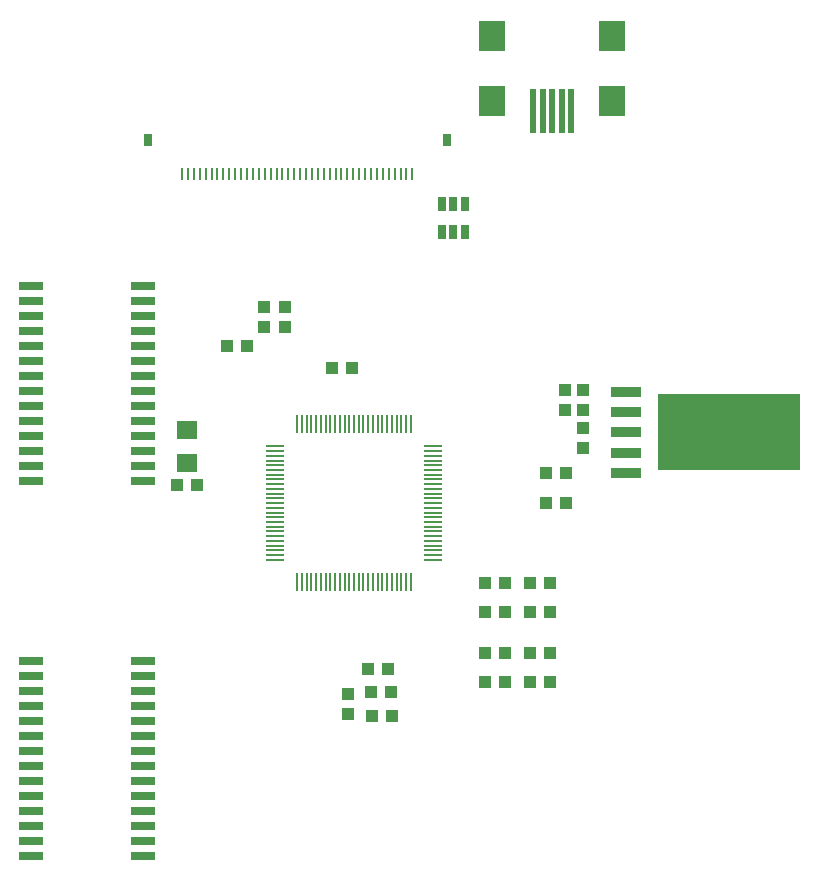
<source format=gtp>
G04 EAGLE Gerber RS-274X export*
G75*
%MOIN*%
%FSLAX34Y34*%
%LPD*%
%INSolder Paste CMP*%
%IPPOS*%
%AMOC8*
5,1,8,0,0,1.08239X$1,22.5*%
G01*
%ADD10R,0.043307X0.039370*%
%ADD11R,0.070866X0.062992*%
%ADD12R,0.039370X0.043307*%
%ADD13R,0.025591X0.051181*%
%ADD14R,0.007874X0.059055*%
%ADD15R,0.059055X0.007874*%
%ADD16R,0.078740X0.029528*%
%ADD17R,0.472441X0.255906*%
%ADD18R,0.098425X0.033465*%
%ADD19R,0.039370X0.039370*%
%ADD20R,0.009843X0.039370*%
%ADD21R,0.027559X0.043307*%
%ADD22R,0.090000X0.100000*%
%ADD23R,0.020000X0.150000*%


D10*
X17232Y12577D03*
X16563Y12577D03*
X10854Y18713D03*
X10185Y18713D03*
X16035Y22606D03*
X15366Y22606D03*
X23169Y19094D03*
X22500Y19094D03*
X23169Y18110D03*
X22500Y18110D03*
D11*
X10520Y19449D03*
X10520Y20551D03*
D10*
X16687Y11024D03*
X17356Y11024D03*
D12*
X23130Y21220D03*
X23130Y21890D03*
X13791Y23984D03*
X13791Y24654D03*
D13*
X19406Y28083D03*
X19780Y27138D03*
X19031Y27138D03*
X19406Y27138D03*
X19780Y28083D03*
X19031Y28083D03*
D14*
X14205Y15469D03*
X14362Y15469D03*
X14520Y15469D03*
X14677Y15469D03*
X14835Y15469D03*
X14992Y15469D03*
X15150Y15469D03*
X15307Y15469D03*
X15465Y15469D03*
X15622Y15469D03*
X15780Y15469D03*
X15937Y15469D03*
X16094Y15469D03*
X16252Y15469D03*
X16409Y15469D03*
X16567Y15469D03*
X16724Y15469D03*
X16882Y15469D03*
X17039Y15469D03*
X17197Y15469D03*
X17354Y15469D03*
X17512Y15469D03*
X17669Y15469D03*
X17827Y15469D03*
X17984Y15469D03*
D15*
X18732Y16217D03*
X18732Y16374D03*
X18732Y16531D03*
X18732Y16689D03*
X18732Y16846D03*
X18732Y17004D03*
X18732Y17161D03*
X18732Y17319D03*
X18732Y17476D03*
X18732Y17634D03*
X18732Y17791D03*
X18732Y17949D03*
X18732Y18106D03*
X18732Y18264D03*
X18732Y18421D03*
X18732Y18579D03*
X18732Y18736D03*
X18732Y18894D03*
X18732Y19051D03*
X18732Y19209D03*
X18732Y19366D03*
X18732Y19524D03*
X18732Y19681D03*
X18732Y19839D03*
X18732Y19996D03*
D14*
X17984Y20744D03*
X17827Y20744D03*
X17669Y20744D03*
X17512Y20744D03*
X17354Y20744D03*
X17197Y20744D03*
X17039Y20744D03*
X16882Y20744D03*
X16724Y20744D03*
X16567Y20744D03*
X16409Y20744D03*
X16252Y20744D03*
X16094Y20744D03*
X15937Y20744D03*
X15780Y20744D03*
X15622Y20744D03*
X15465Y20744D03*
X15307Y20744D03*
X15150Y20744D03*
X14992Y20744D03*
X14835Y20744D03*
X14677Y20744D03*
X14520Y20744D03*
X14362Y20744D03*
X14205Y20744D03*
D15*
X13457Y19996D03*
X13457Y19839D03*
X13457Y19681D03*
X13457Y19524D03*
X13457Y19366D03*
X13457Y19209D03*
X13457Y19051D03*
X13457Y18894D03*
X13457Y18736D03*
X13457Y18579D03*
X13457Y18421D03*
X13457Y18264D03*
X13457Y18106D03*
X13457Y17949D03*
X13457Y17791D03*
X13457Y17634D03*
X13457Y17476D03*
X13457Y17319D03*
X13457Y17161D03*
X13457Y17004D03*
X13457Y16846D03*
X13457Y16689D03*
X13457Y16531D03*
X13457Y16374D03*
X13457Y16217D03*
D16*
X9063Y18856D03*
X9063Y19356D03*
X9063Y19856D03*
X9063Y20356D03*
X9063Y20856D03*
X9063Y21356D03*
X9063Y21856D03*
X9063Y22356D03*
X9063Y22856D03*
X9063Y23356D03*
X9063Y23856D03*
X9063Y24356D03*
X9063Y24856D03*
X9063Y25356D03*
X5339Y25356D03*
X5339Y24856D03*
X5339Y24356D03*
X5339Y23856D03*
X5339Y23356D03*
X5339Y22856D03*
X5339Y22356D03*
X5339Y21856D03*
X5339Y21356D03*
X5339Y20856D03*
X5339Y20356D03*
X5339Y19856D03*
X5339Y19356D03*
X5339Y18856D03*
X9063Y6356D03*
X9063Y6856D03*
X9063Y7356D03*
X9063Y7856D03*
X9063Y8356D03*
X9063Y8856D03*
X9063Y9356D03*
X9063Y9856D03*
X9063Y10356D03*
X9063Y10856D03*
X9063Y11356D03*
X9063Y11856D03*
X9063Y12356D03*
X9063Y12856D03*
X5339Y12856D03*
X5339Y12356D03*
X5339Y11856D03*
X5339Y11356D03*
X5339Y10856D03*
X5339Y10356D03*
X5339Y9856D03*
X5339Y9356D03*
X5339Y8856D03*
X5339Y8356D03*
X5339Y7856D03*
X5339Y7356D03*
X5339Y6856D03*
X5339Y6356D03*
D17*
X28579Y20469D03*
D18*
X25169Y21823D03*
X25169Y21146D03*
X25169Y20469D03*
X25169Y19791D03*
X25169Y19114D03*
D19*
X21972Y12138D03*
X22642Y12138D03*
X21972Y13106D03*
X22642Y13106D03*
X21972Y14469D03*
X22642Y14469D03*
X21972Y15437D03*
X22642Y15437D03*
D20*
X10362Y29091D03*
X10559Y29091D03*
X10756Y29091D03*
X10953Y29091D03*
X11150Y29091D03*
X11346Y29091D03*
X11543Y29091D03*
X11740Y29091D03*
X11937Y29091D03*
X12134Y29091D03*
X12331Y29091D03*
X12528Y29091D03*
X12724Y29091D03*
X12921Y29091D03*
X13118Y29091D03*
X13315Y29091D03*
X13512Y29091D03*
X13709Y29091D03*
X13906Y29091D03*
X14102Y29091D03*
X14299Y29091D03*
X14496Y29091D03*
X14693Y29091D03*
X14890Y29091D03*
X15087Y29091D03*
X15283Y29091D03*
X15480Y29091D03*
X15677Y29091D03*
X15874Y29091D03*
X16071Y29091D03*
X16268Y29091D03*
X16465Y29091D03*
X16661Y29091D03*
X16858Y29091D03*
X17055Y29091D03*
X17252Y29091D03*
X17449Y29091D03*
X17646Y29091D03*
X17843Y29091D03*
X18039Y29091D03*
D21*
X9220Y30213D03*
X19181Y30213D03*
D22*
X20701Y33673D03*
X20701Y31513D03*
X24701Y33673D03*
X24701Y31513D03*
D23*
X22701Y31173D03*
X23021Y31173D03*
X23341Y31173D03*
X22381Y31173D03*
X22061Y31173D03*
D10*
X23720Y20610D03*
X23720Y19941D03*
D12*
X20472Y15437D03*
X21142Y15437D03*
D10*
X23720Y21890D03*
X23720Y21220D03*
X15902Y11059D03*
X15902Y11728D03*
D12*
X17335Y11811D03*
X16665Y11811D03*
D10*
X13102Y24654D03*
X13102Y23984D03*
D12*
X11866Y23327D03*
X12535Y23327D03*
X20472Y12138D03*
X21142Y12138D03*
X20472Y13106D03*
X21142Y13106D03*
X20472Y14469D03*
X21142Y14469D03*
M02*

</source>
